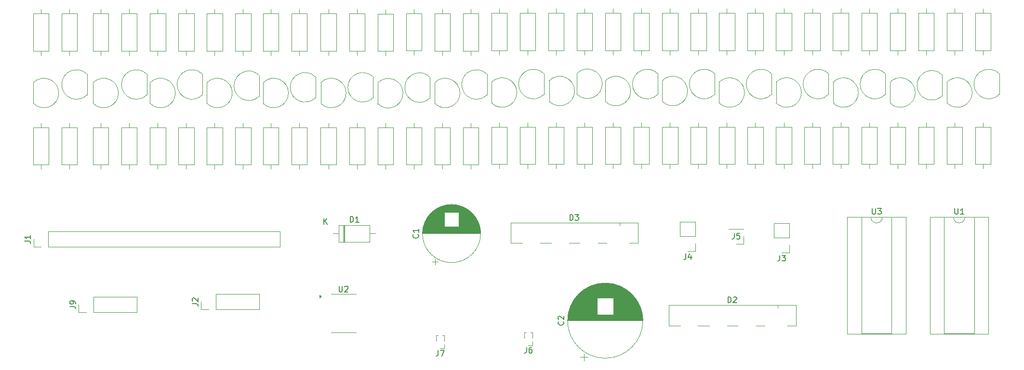
<source format=gbr>
%TF.GenerationSoftware,KiCad,Pcbnew,8.0.5*%
%TF.CreationDate,2024-10-01T12:40:19+02:00*%
%TF.ProjectId,e,652e6b69-6361-4645-9f70-636258585858,rev?*%
%TF.SameCoordinates,Original*%
%TF.FileFunction,Legend,Top*%
%TF.FilePolarity,Positive*%
%FSLAX46Y46*%
G04 Gerber Fmt 4.6, Leading zero omitted, Abs format (unit mm)*
G04 Created by KiCad (PCBNEW 8.0.5) date 2024-10-01 12:40:19*
%MOMM*%
%LPD*%
G01*
G04 APERTURE LIST*
%ADD10C,0.150000*%
%ADD11C,0.120000*%
G04 APERTURE END LIST*
D10*
X22044819Y-68833333D02*
X22759104Y-68833333D01*
X22759104Y-68833333D02*
X22901961Y-68880952D01*
X22901961Y-68880952D02*
X22997200Y-68976190D01*
X22997200Y-68976190D02*
X23044819Y-69119047D01*
X23044819Y-69119047D02*
X23044819Y-69214285D01*
X23044819Y-68309523D02*
X23044819Y-68119047D01*
X23044819Y-68119047D02*
X22997200Y-68023809D01*
X22997200Y-68023809D02*
X22949580Y-67976190D01*
X22949580Y-67976190D02*
X22806723Y-67880952D01*
X22806723Y-67880952D02*
X22616247Y-67833333D01*
X22616247Y-67833333D02*
X22235295Y-67833333D01*
X22235295Y-67833333D02*
X22140057Y-67880952D01*
X22140057Y-67880952D02*
X22092438Y-67928571D01*
X22092438Y-67928571D02*
X22044819Y-68023809D01*
X22044819Y-68023809D02*
X22044819Y-68214285D01*
X22044819Y-68214285D02*
X22092438Y-68309523D01*
X22092438Y-68309523D02*
X22140057Y-68357142D01*
X22140057Y-68357142D02*
X22235295Y-68404761D01*
X22235295Y-68404761D02*
X22473390Y-68404761D01*
X22473390Y-68404761D02*
X22568628Y-68357142D01*
X22568628Y-68357142D02*
X22616247Y-68309523D01*
X22616247Y-68309523D02*
X22663866Y-68214285D01*
X22663866Y-68214285D02*
X22663866Y-68023809D01*
X22663866Y-68023809D02*
X22616247Y-67928571D01*
X22616247Y-67928571D02*
X22568628Y-67880952D01*
X22568628Y-67880952D02*
X22473390Y-67833333D01*
X43544819Y-68333333D02*
X44259104Y-68333333D01*
X44259104Y-68333333D02*
X44401961Y-68380952D01*
X44401961Y-68380952D02*
X44497200Y-68476190D01*
X44497200Y-68476190D02*
X44544819Y-68619047D01*
X44544819Y-68619047D02*
X44544819Y-68714285D01*
X43640057Y-67904761D02*
X43592438Y-67857142D01*
X43592438Y-67857142D02*
X43544819Y-67761904D01*
X43544819Y-67761904D02*
X43544819Y-67523809D01*
X43544819Y-67523809D02*
X43592438Y-67428571D01*
X43592438Y-67428571D02*
X43640057Y-67380952D01*
X43640057Y-67380952D02*
X43735295Y-67333333D01*
X43735295Y-67333333D02*
X43830533Y-67333333D01*
X43830533Y-67333333D02*
X43973390Y-67380952D01*
X43973390Y-67380952D02*
X44544819Y-67952380D01*
X44544819Y-67952380D02*
X44544819Y-67333333D01*
X138786666Y-55954819D02*
X138786666Y-56669104D01*
X138786666Y-56669104D02*
X138739047Y-56811961D01*
X138739047Y-56811961D02*
X138643809Y-56907200D01*
X138643809Y-56907200D02*
X138500952Y-56954819D01*
X138500952Y-56954819D02*
X138405714Y-56954819D01*
X139739047Y-55954819D02*
X139262857Y-55954819D01*
X139262857Y-55954819D02*
X139215238Y-56431009D01*
X139215238Y-56431009D02*
X139262857Y-56383390D01*
X139262857Y-56383390D02*
X139358095Y-56335771D01*
X139358095Y-56335771D02*
X139596190Y-56335771D01*
X139596190Y-56335771D02*
X139691428Y-56383390D01*
X139691428Y-56383390D02*
X139739047Y-56431009D01*
X139739047Y-56431009D02*
X139786666Y-56526247D01*
X139786666Y-56526247D02*
X139786666Y-56764342D01*
X139786666Y-56764342D02*
X139739047Y-56859580D01*
X139739047Y-56859580D02*
X139691428Y-56907200D01*
X139691428Y-56907200D02*
X139596190Y-56954819D01*
X139596190Y-56954819D02*
X139358095Y-56954819D01*
X139358095Y-56954819D02*
X139262857Y-56907200D01*
X139262857Y-56907200D02*
X139215238Y-56859580D01*
X130286666Y-59559819D02*
X130286666Y-60274104D01*
X130286666Y-60274104D02*
X130239047Y-60416961D01*
X130239047Y-60416961D02*
X130143809Y-60512200D01*
X130143809Y-60512200D02*
X130000952Y-60559819D01*
X130000952Y-60559819D02*
X129905714Y-60559819D01*
X131191428Y-59893152D02*
X131191428Y-60559819D01*
X130953333Y-59512200D02*
X130715238Y-60226485D01*
X130715238Y-60226485D02*
X131334285Y-60226485D01*
X146786666Y-59824819D02*
X146786666Y-60539104D01*
X146786666Y-60539104D02*
X146739047Y-60681961D01*
X146739047Y-60681961D02*
X146643809Y-60777200D01*
X146643809Y-60777200D02*
X146500952Y-60824819D01*
X146500952Y-60824819D02*
X146405714Y-60824819D01*
X147167619Y-59824819D02*
X147786666Y-59824819D01*
X147786666Y-59824819D02*
X147453333Y-60205771D01*
X147453333Y-60205771D02*
X147596190Y-60205771D01*
X147596190Y-60205771D02*
X147691428Y-60253390D01*
X147691428Y-60253390D02*
X147739047Y-60301009D01*
X147739047Y-60301009D02*
X147786666Y-60396247D01*
X147786666Y-60396247D02*
X147786666Y-60634342D01*
X147786666Y-60634342D02*
X147739047Y-60729580D01*
X147739047Y-60729580D02*
X147691428Y-60777200D01*
X147691428Y-60777200D02*
X147596190Y-60824819D01*
X147596190Y-60824819D02*
X147310476Y-60824819D01*
X147310476Y-60824819D02*
X147215238Y-60777200D01*
X147215238Y-60777200D02*
X147167619Y-60729580D01*
X14144819Y-57333333D02*
X14859104Y-57333333D01*
X14859104Y-57333333D02*
X15001961Y-57380952D01*
X15001961Y-57380952D02*
X15097200Y-57476190D01*
X15097200Y-57476190D02*
X15144819Y-57619047D01*
X15144819Y-57619047D02*
X15144819Y-57714285D01*
X15144819Y-56333333D02*
X15144819Y-56904761D01*
X15144819Y-56619047D02*
X14144819Y-56619047D01*
X14144819Y-56619047D02*
X14287676Y-56714285D01*
X14287676Y-56714285D02*
X14382914Y-56809523D01*
X14382914Y-56809523D02*
X14430533Y-56904761D01*
X102286666Y-76014819D02*
X102286666Y-76729104D01*
X102286666Y-76729104D02*
X102239047Y-76871961D01*
X102239047Y-76871961D02*
X102143809Y-76967200D01*
X102143809Y-76967200D02*
X102000952Y-77014819D01*
X102000952Y-77014819D02*
X101905714Y-77014819D01*
X103191428Y-76014819D02*
X103000952Y-76014819D01*
X103000952Y-76014819D02*
X102905714Y-76062438D01*
X102905714Y-76062438D02*
X102858095Y-76110057D01*
X102858095Y-76110057D02*
X102762857Y-76252914D01*
X102762857Y-76252914D02*
X102715238Y-76443390D01*
X102715238Y-76443390D02*
X102715238Y-76824342D01*
X102715238Y-76824342D02*
X102762857Y-76919580D01*
X102762857Y-76919580D02*
X102810476Y-76967200D01*
X102810476Y-76967200D02*
X102905714Y-77014819D01*
X102905714Y-77014819D02*
X103096190Y-77014819D01*
X103096190Y-77014819D02*
X103191428Y-76967200D01*
X103191428Y-76967200D02*
X103239047Y-76919580D01*
X103239047Y-76919580D02*
X103286666Y-76824342D01*
X103286666Y-76824342D02*
X103286666Y-76586247D01*
X103286666Y-76586247D02*
X103239047Y-76491009D01*
X103239047Y-76491009D02*
X103191428Y-76443390D01*
X103191428Y-76443390D02*
X103096190Y-76395771D01*
X103096190Y-76395771D02*
X102905714Y-76395771D01*
X102905714Y-76395771D02*
X102810476Y-76443390D01*
X102810476Y-76443390D02*
X102762857Y-76491009D01*
X102762857Y-76491009D02*
X102715238Y-76586247D01*
X137681905Y-68154819D02*
X137681905Y-67154819D01*
X137681905Y-67154819D02*
X137920000Y-67154819D01*
X137920000Y-67154819D02*
X138062857Y-67202438D01*
X138062857Y-67202438D02*
X138158095Y-67297676D01*
X138158095Y-67297676D02*
X138205714Y-67392914D01*
X138205714Y-67392914D02*
X138253333Y-67583390D01*
X138253333Y-67583390D02*
X138253333Y-67726247D01*
X138253333Y-67726247D02*
X138205714Y-67916723D01*
X138205714Y-67916723D02*
X138158095Y-68011961D01*
X138158095Y-68011961D02*
X138062857Y-68107200D01*
X138062857Y-68107200D02*
X137920000Y-68154819D01*
X137920000Y-68154819D02*
X137681905Y-68154819D01*
X138634286Y-67250057D02*
X138681905Y-67202438D01*
X138681905Y-67202438D02*
X138777143Y-67154819D01*
X138777143Y-67154819D02*
X139015238Y-67154819D01*
X139015238Y-67154819D02*
X139110476Y-67202438D01*
X139110476Y-67202438D02*
X139158095Y-67250057D01*
X139158095Y-67250057D02*
X139205714Y-67345295D01*
X139205714Y-67345295D02*
X139205714Y-67440533D01*
X139205714Y-67440533D02*
X139158095Y-67583390D01*
X139158095Y-67583390D02*
X138586667Y-68154819D01*
X138586667Y-68154819D02*
X139205714Y-68154819D01*
X177548095Y-51584819D02*
X177548095Y-52394342D01*
X177548095Y-52394342D02*
X177595714Y-52489580D01*
X177595714Y-52489580D02*
X177643333Y-52537200D01*
X177643333Y-52537200D02*
X177738571Y-52584819D01*
X177738571Y-52584819D02*
X177929047Y-52584819D01*
X177929047Y-52584819D02*
X178024285Y-52537200D01*
X178024285Y-52537200D02*
X178071904Y-52489580D01*
X178071904Y-52489580D02*
X178119523Y-52394342D01*
X178119523Y-52394342D02*
X178119523Y-51584819D01*
X179119523Y-52584819D02*
X178548095Y-52584819D01*
X178833809Y-52584819D02*
X178833809Y-51584819D01*
X178833809Y-51584819D02*
X178738571Y-51727676D01*
X178738571Y-51727676D02*
X178643333Y-51822914D01*
X178643333Y-51822914D02*
X178548095Y-51870533D01*
X83229580Y-56166666D02*
X83277200Y-56214285D01*
X83277200Y-56214285D02*
X83324819Y-56357142D01*
X83324819Y-56357142D02*
X83324819Y-56452380D01*
X83324819Y-56452380D02*
X83277200Y-56595237D01*
X83277200Y-56595237D02*
X83181961Y-56690475D01*
X83181961Y-56690475D02*
X83086723Y-56738094D01*
X83086723Y-56738094D02*
X82896247Y-56785713D01*
X82896247Y-56785713D02*
X82753390Y-56785713D01*
X82753390Y-56785713D02*
X82562914Y-56738094D01*
X82562914Y-56738094D02*
X82467676Y-56690475D01*
X82467676Y-56690475D02*
X82372438Y-56595237D01*
X82372438Y-56595237D02*
X82324819Y-56452380D01*
X82324819Y-56452380D02*
X82324819Y-56357142D01*
X82324819Y-56357142D02*
X82372438Y-56214285D01*
X82372438Y-56214285D02*
X82420057Y-56166666D01*
X83324819Y-55214285D02*
X83324819Y-55785713D01*
X83324819Y-55499999D02*
X82324819Y-55499999D01*
X82324819Y-55499999D02*
X82467676Y-55595237D01*
X82467676Y-55595237D02*
X82562914Y-55690475D01*
X82562914Y-55690475D02*
X82610533Y-55785713D01*
X163048095Y-51584819D02*
X163048095Y-52394342D01*
X163048095Y-52394342D02*
X163095714Y-52489580D01*
X163095714Y-52489580D02*
X163143333Y-52537200D01*
X163143333Y-52537200D02*
X163238571Y-52584819D01*
X163238571Y-52584819D02*
X163429047Y-52584819D01*
X163429047Y-52584819D02*
X163524285Y-52537200D01*
X163524285Y-52537200D02*
X163571904Y-52489580D01*
X163571904Y-52489580D02*
X163619523Y-52394342D01*
X163619523Y-52394342D02*
X163619523Y-51584819D01*
X164000476Y-51584819D02*
X164619523Y-51584819D01*
X164619523Y-51584819D02*
X164286190Y-51965771D01*
X164286190Y-51965771D02*
X164429047Y-51965771D01*
X164429047Y-51965771D02*
X164524285Y-52013390D01*
X164524285Y-52013390D02*
X164571904Y-52061009D01*
X164571904Y-52061009D02*
X164619523Y-52156247D01*
X164619523Y-52156247D02*
X164619523Y-52394342D01*
X164619523Y-52394342D02*
X164571904Y-52489580D01*
X164571904Y-52489580D02*
X164524285Y-52537200D01*
X164524285Y-52537200D02*
X164429047Y-52584819D01*
X164429047Y-52584819D02*
X164143333Y-52584819D01*
X164143333Y-52584819D02*
X164048095Y-52537200D01*
X164048095Y-52537200D02*
X164000476Y-52489580D01*
X86786666Y-76514819D02*
X86786666Y-77229104D01*
X86786666Y-77229104D02*
X86739047Y-77371961D01*
X86739047Y-77371961D02*
X86643809Y-77467200D01*
X86643809Y-77467200D02*
X86500952Y-77514819D01*
X86500952Y-77514819D02*
X86405714Y-77514819D01*
X87167619Y-76514819D02*
X87834285Y-76514819D01*
X87834285Y-76514819D02*
X87405714Y-77514819D01*
X71301905Y-53984819D02*
X71301905Y-52984819D01*
X71301905Y-52984819D02*
X71540000Y-52984819D01*
X71540000Y-52984819D02*
X71682857Y-53032438D01*
X71682857Y-53032438D02*
X71778095Y-53127676D01*
X71778095Y-53127676D02*
X71825714Y-53222914D01*
X71825714Y-53222914D02*
X71873333Y-53413390D01*
X71873333Y-53413390D02*
X71873333Y-53556247D01*
X71873333Y-53556247D02*
X71825714Y-53746723D01*
X71825714Y-53746723D02*
X71778095Y-53841961D01*
X71778095Y-53841961D02*
X71682857Y-53937200D01*
X71682857Y-53937200D02*
X71540000Y-53984819D01*
X71540000Y-53984819D02*
X71301905Y-53984819D01*
X72825714Y-53984819D02*
X72254286Y-53984819D01*
X72540000Y-53984819D02*
X72540000Y-52984819D01*
X72540000Y-52984819D02*
X72444762Y-53127676D01*
X72444762Y-53127676D02*
X72349524Y-53222914D01*
X72349524Y-53222914D02*
X72254286Y-53270533D01*
X66698095Y-54354819D02*
X66698095Y-53354819D01*
X67269523Y-54354819D02*
X66840952Y-53783390D01*
X67269523Y-53354819D02*
X66698095Y-53926247D01*
X69358095Y-65254819D02*
X69358095Y-66064342D01*
X69358095Y-66064342D02*
X69405714Y-66159580D01*
X69405714Y-66159580D02*
X69453333Y-66207200D01*
X69453333Y-66207200D02*
X69548571Y-66254819D01*
X69548571Y-66254819D02*
X69739047Y-66254819D01*
X69739047Y-66254819D02*
X69834285Y-66207200D01*
X69834285Y-66207200D02*
X69881904Y-66159580D01*
X69881904Y-66159580D02*
X69929523Y-66064342D01*
X69929523Y-66064342D02*
X69929523Y-65254819D01*
X70358095Y-65350057D02*
X70405714Y-65302438D01*
X70405714Y-65302438D02*
X70500952Y-65254819D01*
X70500952Y-65254819D02*
X70739047Y-65254819D01*
X70739047Y-65254819D02*
X70834285Y-65302438D01*
X70834285Y-65302438D02*
X70881904Y-65350057D01*
X70881904Y-65350057D02*
X70929523Y-65445295D01*
X70929523Y-65445295D02*
X70929523Y-65540533D01*
X70929523Y-65540533D02*
X70881904Y-65683390D01*
X70881904Y-65683390D02*
X70310476Y-66254819D01*
X70310476Y-66254819D02*
X70929523Y-66254819D01*
X108729580Y-71481866D02*
X108777200Y-71529485D01*
X108777200Y-71529485D02*
X108824819Y-71672342D01*
X108824819Y-71672342D02*
X108824819Y-71767580D01*
X108824819Y-71767580D02*
X108777200Y-71910437D01*
X108777200Y-71910437D02*
X108681961Y-72005675D01*
X108681961Y-72005675D02*
X108586723Y-72053294D01*
X108586723Y-72053294D02*
X108396247Y-72100913D01*
X108396247Y-72100913D02*
X108253390Y-72100913D01*
X108253390Y-72100913D02*
X108062914Y-72053294D01*
X108062914Y-72053294D02*
X107967676Y-72005675D01*
X107967676Y-72005675D02*
X107872438Y-71910437D01*
X107872438Y-71910437D02*
X107824819Y-71767580D01*
X107824819Y-71767580D02*
X107824819Y-71672342D01*
X107824819Y-71672342D02*
X107872438Y-71529485D01*
X107872438Y-71529485D02*
X107920057Y-71481866D01*
X107920057Y-71100913D02*
X107872438Y-71053294D01*
X107872438Y-71053294D02*
X107824819Y-70958056D01*
X107824819Y-70958056D02*
X107824819Y-70719961D01*
X107824819Y-70719961D02*
X107872438Y-70624723D01*
X107872438Y-70624723D02*
X107920057Y-70577104D01*
X107920057Y-70577104D02*
X108015295Y-70529485D01*
X108015295Y-70529485D02*
X108110533Y-70529485D01*
X108110533Y-70529485D02*
X108253390Y-70577104D01*
X108253390Y-70577104D02*
X108824819Y-71148532D01*
X108824819Y-71148532D02*
X108824819Y-70529485D01*
X109921905Y-53654819D02*
X109921905Y-52654819D01*
X109921905Y-52654819D02*
X110160000Y-52654819D01*
X110160000Y-52654819D02*
X110302857Y-52702438D01*
X110302857Y-52702438D02*
X110398095Y-52797676D01*
X110398095Y-52797676D02*
X110445714Y-52892914D01*
X110445714Y-52892914D02*
X110493333Y-53083390D01*
X110493333Y-53083390D02*
X110493333Y-53226247D01*
X110493333Y-53226247D02*
X110445714Y-53416723D01*
X110445714Y-53416723D02*
X110398095Y-53511961D01*
X110398095Y-53511961D02*
X110302857Y-53607200D01*
X110302857Y-53607200D02*
X110160000Y-53654819D01*
X110160000Y-53654819D02*
X109921905Y-53654819D01*
X110826667Y-52654819D02*
X111445714Y-52654819D01*
X111445714Y-52654819D02*
X111112381Y-53035771D01*
X111112381Y-53035771D02*
X111255238Y-53035771D01*
X111255238Y-53035771D02*
X111350476Y-53083390D01*
X111350476Y-53083390D02*
X111398095Y-53131009D01*
X111398095Y-53131009D02*
X111445714Y-53226247D01*
X111445714Y-53226247D02*
X111445714Y-53464342D01*
X111445714Y-53464342D02*
X111398095Y-53559580D01*
X111398095Y-53559580D02*
X111350476Y-53607200D01*
X111350476Y-53607200D02*
X111255238Y-53654819D01*
X111255238Y-53654819D02*
X110969524Y-53654819D01*
X110969524Y-53654819D02*
X110874286Y-53607200D01*
X110874286Y-53607200D02*
X110826667Y-53559580D01*
D11*
%TO.C,J9*%
X23590000Y-69830000D02*
X23590000Y-68500000D01*
X24920000Y-69830000D02*
X23590000Y-69830000D01*
X26190000Y-69830000D02*
X33870000Y-69830000D01*
X26190000Y-69830000D02*
X26190000Y-67170000D01*
X33870000Y-69830000D02*
X33870000Y-67170000D01*
X26190000Y-67170000D02*
X33870000Y-67170000D01*
%TO.C,J2*%
X45090000Y-69330000D02*
X45090000Y-68000000D01*
X46420000Y-69330000D02*
X45090000Y-69330000D01*
X47690000Y-69330000D02*
X55370000Y-69330000D01*
X47690000Y-69330000D02*
X47690000Y-66670000D01*
X55370000Y-69330000D02*
X55370000Y-66670000D01*
X47690000Y-66670000D02*
X55370000Y-66670000D01*
%TO.C,J5*%
X140450000Y-57830000D02*
X139120000Y-57830000D01*
X140450000Y-56500000D02*
X140450000Y-57830000D01*
X140450000Y-55230000D02*
X140450000Y-55170000D01*
X140450000Y-55230000D02*
X137790000Y-55230000D01*
X140450000Y-55170000D02*
X137790000Y-55170000D01*
X137790000Y-55230000D02*
X137790000Y-55170000D01*
%TO.C,J4*%
X131950000Y-59105000D02*
X130620000Y-59105000D01*
X131950000Y-57775000D02*
X131950000Y-59105000D01*
X131950000Y-56505000D02*
X131950000Y-53905000D01*
X131950000Y-56505000D02*
X129290000Y-56505000D01*
X131950000Y-53905000D02*
X129290000Y-53905000D01*
X129290000Y-56505000D02*
X129290000Y-53905000D01*
%TO.C,J3*%
X148450000Y-59370000D02*
X147120000Y-59370000D01*
X148450000Y-58040000D02*
X148450000Y-59370000D01*
X148450000Y-56770000D02*
X148450000Y-54170000D01*
X148450000Y-56770000D02*
X145790000Y-56770000D01*
X148450000Y-54170000D02*
X145790000Y-54170000D01*
X145790000Y-56770000D02*
X145790000Y-54170000D01*
%TO.C,J1*%
X15690000Y-58330000D02*
X15690000Y-57000000D01*
X17020000Y-58330000D02*
X15690000Y-58330000D01*
X18290000Y-58330000D02*
X58990000Y-58330000D01*
X18290000Y-58330000D02*
X18290000Y-55670000D01*
X58990000Y-58330000D02*
X58990000Y-55670000D01*
X18290000Y-55670000D02*
X58990000Y-55670000D01*
%TO.C,R39*%
X111130000Y-17230000D02*
X111130000Y-23770000D01*
X111130000Y-23770000D02*
X113870000Y-23770000D01*
X112500000Y-16460000D02*
X112500000Y-17230000D01*
X112500000Y-24540000D02*
X112500000Y-23770000D01*
X113870000Y-17230000D02*
X111130000Y-17230000D01*
X113870000Y-23770000D02*
X113870000Y-17230000D01*
%TO.C,Q19*%
X106290000Y-29120000D02*
X106290000Y-32720000D01*
X106301522Y-29081522D02*
G75*
G02*
X110740001Y-30920000I1838478J-1838478D01*
G01*
X110740000Y-30920000D02*
G75*
G02*
X106301522Y-32758478I-2600000J0D01*
G01*
%TO.C,R48*%
X131130000Y-37230000D02*
X131130000Y-43770000D01*
X131130000Y-43770000D02*
X133870000Y-43770000D01*
X132500000Y-36460000D02*
X132500000Y-37230000D01*
X132500000Y-44540000D02*
X132500000Y-43770000D01*
X133870000Y-37230000D02*
X131130000Y-37230000D01*
X133870000Y-43770000D02*
X133870000Y-37230000D01*
%TO.C,J6*%
X103315000Y-75685000D02*
X102620000Y-75685000D01*
X103315000Y-75000000D02*
X103315000Y-75685000D01*
X103315000Y-74315000D02*
X103315000Y-73440000D01*
X103315000Y-74315000D02*
X103228276Y-74315000D01*
X103315000Y-73440000D02*
X103014493Y-73440000D01*
X102225507Y-73440000D02*
X101925000Y-73440000D01*
X102011724Y-74315000D02*
X101925000Y-74315000D01*
X101925000Y-74315000D02*
X101925000Y-73440000D01*
%TO.C,R31*%
X20630000Y-17310000D02*
X20630000Y-23850000D01*
X20630000Y-23850000D02*
X23370000Y-23850000D01*
X22000000Y-16540000D02*
X22000000Y-17310000D01*
X22000000Y-24620000D02*
X22000000Y-23850000D01*
X23370000Y-17310000D02*
X20630000Y-17310000D01*
X23370000Y-23850000D02*
X23370000Y-17310000D01*
%TO.C,Q33*%
X176150000Y-29390000D02*
X176150000Y-32990000D01*
X176161522Y-29351522D02*
G75*
G02*
X180600001Y-31190000I1838478J-1838478D01*
G01*
X180600000Y-31190000D02*
G75*
G02*
X176161522Y-33028478I-2600000J0D01*
G01*
%TO.C,Q4*%
X85350000Y-32110000D02*
X85350000Y-28510000D01*
X80900000Y-30310000D02*
G75*
G02*
X85338478Y-28471522I2600000J0D01*
G01*
X85338478Y-32148478D02*
G75*
G02*
X80899999Y-30310000I-1838478J1838478D01*
G01*
%TO.C,Q28*%
X155350000Y-31490000D02*
X155350000Y-27890000D01*
X150900000Y-29690000D02*
G75*
G02*
X155338478Y-27851522I2600000J0D01*
G01*
X155338478Y-31528478D02*
G75*
G02*
X150899999Y-29690000I-1838478J1838478D01*
G01*
%TO.C,R34*%
X96130000Y-37230000D02*
X96130000Y-43770000D01*
X96130000Y-43770000D02*
X98870000Y-43770000D01*
X97500000Y-36460000D02*
X97500000Y-37230000D01*
X97500000Y-44540000D02*
X97500000Y-43770000D01*
X98870000Y-37230000D02*
X96130000Y-37230000D01*
X98870000Y-43770000D02*
X98870000Y-37230000D01*
%TO.C,R63*%
X171130000Y-17230000D02*
X171130000Y-23770000D01*
X171130000Y-23770000D02*
X173870000Y-23770000D01*
X172500000Y-16460000D02*
X172500000Y-17230000D01*
X172500000Y-24540000D02*
X172500000Y-23770000D01*
X173870000Y-17230000D02*
X171130000Y-17230000D01*
X173870000Y-23770000D02*
X173870000Y-17230000D01*
%TO.C,R7*%
X81130000Y-17270000D02*
X81130000Y-23810000D01*
X81130000Y-23810000D02*
X83870000Y-23810000D01*
X82500000Y-16500000D02*
X82500000Y-17270000D01*
X82500000Y-24580000D02*
X82500000Y-23810000D01*
X83870000Y-17270000D02*
X81130000Y-17270000D01*
X83870000Y-23810000D02*
X83870000Y-17270000D01*
%TO.C,R65*%
X176130000Y-17230000D02*
X176130000Y-23770000D01*
X176130000Y-23770000D02*
X178870000Y-23770000D01*
X177500000Y-16460000D02*
X177500000Y-17230000D01*
X177500000Y-24540000D02*
X177500000Y-23770000D01*
X178870000Y-17230000D02*
X176130000Y-17230000D01*
X178870000Y-23770000D02*
X178870000Y-17230000D01*
%TO.C,R15*%
X61000000Y-17310000D02*
X61000000Y-23850000D01*
X61000000Y-23850000D02*
X63740000Y-23850000D01*
X62370000Y-16540000D02*
X62370000Y-17310000D01*
X62370000Y-24620000D02*
X62370000Y-23850000D01*
X63740000Y-17310000D02*
X61000000Y-17310000D01*
X63740000Y-23850000D02*
X63740000Y-17310000D01*
%TO.C,Q22*%
X125350000Y-31490000D02*
X125350000Y-27890000D01*
X120900000Y-29690000D02*
G75*
G02*
X125338478Y-27851522I2600000J0D01*
G01*
X125338478Y-31528478D02*
G75*
G02*
X120899999Y-29690000I-1838478J1838478D01*
G01*
%TO.C,Q12*%
X45350000Y-31570000D02*
X45350000Y-27970000D01*
X40900000Y-29770000D02*
G75*
G02*
X45338478Y-27931522I2600000J0D01*
G01*
X45338478Y-31608478D02*
G75*
G02*
X40899999Y-29770000I-1838478J1838478D01*
G01*
%TO.C,Q2*%
X95350000Y-31570000D02*
X95350000Y-27970000D01*
X90900000Y-29770000D02*
G75*
G02*
X95338478Y-27931522I2600000J0D01*
G01*
X95338478Y-31608478D02*
G75*
G02*
X90899999Y-29770000I-1838478J1838478D01*
G01*
%TO.C,R6*%
X76130000Y-37350000D02*
X76130000Y-43890000D01*
X76130000Y-43890000D02*
X78870000Y-43890000D01*
X77500000Y-36580000D02*
X77500000Y-37350000D01*
X77500000Y-44660000D02*
X77500000Y-43890000D01*
X78870000Y-37350000D02*
X76130000Y-37350000D01*
X78870000Y-43890000D02*
X78870000Y-37350000D01*
%TO.C,R51*%
X141130000Y-17230000D02*
X141130000Y-23770000D01*
X141130000Y-23770000D02*
X143870000Y-23770000D01*
X142500000Y-16460000D02*
X142500000Y-17230000D01*
X142500000Y-24540000D02*
X142500000Y-23770000D01*
X143870000Y-17230000D02*
X141130000Y-17230000D01*
X143870000Y-23770000D02*
X143870000Y-17230000D01*
%TO.C,Q7*%
X56020000Y-29470000D02*
X56020000Y-33070000D01*
X56031522Y-29431522D02*
G75*
G02*
X60470001Y-31270000I1838478J-1838478D01*
G01*
X60470000Y-31270000D02*
G75*
G02*
X56031522Y-33108478I-2600000J0D01*
G01*
%TO.C,R59*%
X161130000Y-17230000D02*
X161130000Y-23770000D01*
X161130000Y-23770000D02*
X163870000Y-23770000D01*
X162500000Y-16460000D02*
X162500000Y-17230000D01*
X162500000Y-24540000D02*
X162500000Y-23770000D01*
X163870000Y-17230000D02*
X161130000Y-17230000D01*
X163870000Y-23770000D02*
X163870000Y-17230000D01*
%TO.C,R18*%
X46130000Y-37310000D02*
X46130000Y-43850000D01*
X46130000Y-43850000D02*
X48870000Y-43850000D01*
X47500000Y-36540000D02*
X47500000Y-37310000D01*
X47500000Y-44620000D02*
X47500000Y-43850000D01*
X48870000Y-37310000D02*
X46130000Y-37310000D01*
X48870000Y-43850000D02*
X48870000Y-37310000D01*
%TO.C,Q20*%
X111150000Y-27850000D02*
X111150000Y-31450000D01*
X111161522Y-27811522D02*
G75*
G02*
X115600001Y-29650000I1838478J-1838478D01*
G01*
X115600000Y-29650000D02*
G75*
G02*
X111161522Y-31488478I-2600000J0D01*
G01*
%TO.C,R46*%
X126130000Y-37230000D02*
X126130000Y-43770000D01*
X126130000Y-43770000D02*
X128870000Y-43770000D01*
X127500000Y-36460000D02*
X127500000Y-37230000D01*
X127500000Y-44540000D02*
X127500000Y-43770000D01*
X128870000Y-37230000D02*
X126130000Y-37230000D01*
X128870000Y-43770000D02*
X128870000Y-37230000D01*
%TO.C,R35*%
X101130000Y-17230000D02*
X101130000Y-23770000D01*
X101130000Y-23770000D02*
X103870000Y-23770000D01*
X102500000Y-16460000D02*
X102500000Y-17230000D01*
X102500000Y-24540000D02*
X102500000Y-23770000D01*
X103870000Y-17230000D02*
X101130000Y-17230000D01*
X103870000Y-23770000D02*
X103870000Y-17230000D01*
%TO.C,R23*%
X41130000Y-17310000D02*
X41130000Y-23850000D01*
X41130000Y-23850000D02*
X43870000Y-23850000D01*
X42500000Y-16540000D02*
X42500000Y-17310000D01*
X42500000Y-24620000D02*
X42500000Y-23850000D01*
X43870000Y-17310000D02*
X41130000Y-17310000D01*
X43870000Y-23850000D02*
X43870000Y-17310000D01*
%TO.C,Q16*%
X25080000Y-31570000D02*
X25080000Y-27970000D01*
X20630000Y-29770000D02*
G75*
G02*
X25068478Y-27931522I2600000J0D01*
G01*
X25068478Y-31608478D02*
G75*
G02*
X20629999Y-29770000I-1838478J1838478D01*
G01*
%TO.C,Q31*%
X166150000Y-29390000D02*
X166150000Y-32990000D01*
X166161522Y-29351522D02*
G75*
G02*
X170600001Y-31190000I1838478J-1838478D01*
G01*
X170600000Y-31190000D02*
G75*
G02*
X166161522Y-33028478I-2600000J0D01*
G01*
%TO.C,R67*%
X181130000Y-17230000D02*
X181130000Y-23770000D01*
X181130000Y-23770000D02*
X183870000Y-23770000D01*
X182500000Y-16460000D02*
X182500000Y-17230000D01*
X182500000Y-24540000D02*
X182500000Y-23770000D01*
X183870000Y-17230000D02*
X181130000Y-17230000D01*
X183870000Y-23770000D02*
X183870000Y-17230000D01*
%TO.C,R49*%
X136130000Y-17230000D02*
X136130000Y-23770000D01*
X136130000Y-23770000D02*
X138870000Y-23770000D01*
X137500000Y-16460000D02*
X137500000Y-17230000D01*
X137500000Y-24540000D02*
X137500000Y-23770000D01*
X138870000Y-17230000D02*
X136130000Y-17230000D01*
X138870000Y-23770000D02*
X138870000Y-17230000D01*
%TO.C,R38*%
X106130000Y-37230000D02*
X106130000Y-43770000D01*
X106130000Y-43770000D02*
X108870000Y-43770000D01*
X107500000Y-36460000D02*
X107500000Y-37230000D01*
X107500000Y-44540000D02*
X107500000Y-43770000D01*
X108870000Y-37230000D02*
X106130000Y-37230000D01*
X108870000Y-43770000D02*
X108870000Y-37230000D01*
%TO.C,R11*%
X71130000Y-17310000D02*
X71130000Y-23850000D01*
X71130000Y-23850000D02*
X73870000Y-23850000D01*
X72500000Y-16540000D02*
X72500000Y-17310000D01*
X72500000Y-24620000D02*
X72500000Y-23850000D01*
X73870000Y-17310000D02*
X71130000Y-17310000D01*
X73870000Y-23850000D02*
X73870000Y-17310000D01*
%TO.C,R58*%
X156130000Y-37230000D02*
X156130000Y-43770000D01*
X156130000Y-43770000D02*
X158870000Y-43770000D01*
X157500000Y-36460000D02*
X157500000Y-37230000D01*
X157500000Y-44540000D02*
X157500000Y-43770000D01*
X158870000Y-37230000D02*
X156130000Y-37230000D01*
X158870000Y-43770000D02*
X158870000Y-37230000D01*
%TO.C,R3*%
X86130000Y-37310000D02*
X86130000Y-43850000D01*
X86130000Y-43850000D02*
X88870000Y-43850000D01*
X87500000Y-36540000D02*
X87500000Y-37310000D01*
X87500000Y-44620000D02*
X87500000Y-43850000D01*
X88870000Y-37310000D02*
X86130000Y-37310000D01*
X88870000Y-43850000D02*
X88870000Y-37310000D01*
%TO.C,R45*%
X126130000Y-17230000D02*
X126130000Y-23770000D01*
X126130000Y-23770000D02*
X128870000Y-23770000D01*
X127500000Y-16460000D02*
X127500000Y-17230000D01*
X127500000Y-24540000D02*
X127500000Y-23770000D01*
X128870000Y-17230000D02*
X126130000Y-17230000D01*
X128870000Y-23770000D02*
X128870000Y-17230000D01*
%TO.C,R4*%
X91130000Y-37310000D02*
X91130000Y-43850000D01*
X91130000Y-43850000D02*
X93870000Y-43850000D01*
X92500000Y-36540000D02*
X92500000Y-37310000D01*
X92500000Y-44620000D02*
X92500000Y-43850000D01*
X93870000Y-37310000D02*
X91130000Y-37310000D01*
X93870000Y-43850000D02*
X93870000Y-37310000D01*
%TO.C,R32*%
X20630000Y-37310000D02*
X20630000Y-43850000D01*
X20630000Y-43850000D02*
X23370000Y-43850000D01*
X22000000Y-36540000D02*
X22000000Y-37310000D01*
X22000000Y-44620000D02*
X22000000Y-43850000D01*
X23370000Y-37310000D02*
X20630000Y-37310000D01*
X23370000Y-43850000D02*
X23370000Y-37310000D01*
%TO.C,Q26*%
X145350000Y-31490000D02*
X145350000Y-27890000D01*
X140900000Y-29690000D02*
G75*
G02*
X145338478Y-27851522I2600000J0D01*
G01*
X145338478Y-31528478D02*
G75*
G02*
X140899999Y-29690000I-1838478J1838478D01*
G01*
%TO.C,R22*%
X36130000Y-37310000D02*
X36130000Y-43850000D01*
X36130000Y-43850000D02*
X38870000Y-43850000D01*
X37500000Y-36540000D02*
X37500000Y-37310000D01*
X37500000Y-44620000D02*
X37500000Y-43850000D01*
X38870000Y-37310000D02*
X36130000Y-37310000D01*
X38870000Y-43850000D02*
X38870000Y-37310000D01*
%TO.C,Q14*%
X35580000Y-31570000D02*
X35580000Y-27970000D01*
X31130000Y-29770000D02*
G75*
G02*
X35568478Y-27931522I2600000J0D01*
G01*
X35568478Y-31608478D02*
G75*
G02*
X31129999Y-29770000I-1838478J1838478D01*
G01*
%TO.C,Q25*%
X136150000Y-29390000D02*
X136150000Y-32990000D01*
X136161522Y-29351522D02*
G75*
G02*
X140600001Y-31190000I1838478J-1838478D01*
G01*
X140600000Y-31190000D02*
G75*
G02*
X136161522Y-33028478I-2600000J0D01*
G01*
%TO.C,Q30*%
X165350000Y-31490000D02*
X165350000Y-27890000D01*
X160900000Y-29690000D02*
G75*
G02*
X165338478Y-27851522I2600000J0D01*
G01*
X165338478Y-31528478D02*
G75*
G02*
X160899999Y-29690000I-1838478J1838478D01*
G01*
%TO.C,R12*%
X71130000Y-37310000D02*
X71130000Y-43850000D01*
X71130000Y-43850000D02*
X73870000Y-43850000D01*
X72500000Y-36540000D02*
X72500000Y-37310000D01*
X72500000Y-44620000D02*
X72500000Y-43850000D01*
X73870000Y-37310000D02*
X71130000Y-37310000D01*
X73870000Y-43850000D02*
X73870000Y-37310000D01*
%TO.C,R57*%
X156130000Y-17230000D02*
X156130000Y-23770000D01*
X156130000Y-23770000D02*
X158870000Y-23770000D01*
X157500000Y-16460000D02*
X157500000Y-17230000D01*
X157500000Y-24540000D02*
X157500000Y-23770000D01*
X158870000Y-17230000D02*
X156130000Y-17230000D01*
X158870000Y-23770000D02*
X158870000Y-17230000D01*
%TO.C,R26*%
X26130000Y-37310000D02*
X26130000Y-43850000D01*
X26130000Y-43850000D02*
X28870000Y-43850000D01*
X27500000Y-36540000D02*
X27500000Y-37310000D01*
X27500000Y-44620000D02*
X27500000Y-43850000D01*
X28870000Y-37310000D02*
X26130000Y-37310000D01*
X28870000Y-43850000D02*
X28870000Y-37310000D01*
%TO.C,R44*%
X121130000Y-37230000D02*
X121130000Y-43770000D01*
X121130000Y-43770000D02*
X123870000Y-43770000D01*
X122500000Y-36460000D02*
X122500000Y-37230000D01*
X122500000Y-44540000D02*
X122500000Y-43770000D01*
X123870000Y-37230000D02*
X121130000Y-37230000D01*
X123870000Y-43770000D02*
X123870000Y-37230000D01*
%TO.C,R1*%
X86130000Y-17310000D02*
X86130000Y-23850000D01*
X86130000Y-23850000D02*
X88870000Y-23850000D01*
X87500000Y-16540000D02*
X87500000Y-17310000D01*
X87500000Y-24620000D02*
X87500000Y-23850000D01*
X88870000Y-17310000D02*
X86130000Y-17310000D01*
X88870000Y-23850000D02*
X88870000Y-17310000D01*
%TO.C,Q15*%
X15650000Y-29470000D02*
X15650000Y-33070000D01*
X15661522Y-29431522D02*
G75*
G02*
X20100001Y-31270000I1838478J-1838478D01*
G01*
X20100000Y-31270000D02*
G75*
G02*
X15661522Y-33108478I-2600000J0D01*
G01*
%TO.C,R47*%
X131130000Y-17230000D02*
X131130000Y-23770000D01*
X131130000Y-23770000D02*
X133870000Y-23770000D01*
X132500000Y-16460000D02*
X132500000Y-17230000D01*
X132500000Y-24540000D02*
X132500000Y-23770000D01*
X133870000Y-17230000D02*
X131130000Y-17230000D01*
X133870000Y-23770000D02*
X133870000Y-17230000D01*
%TO.C,R66*%
X176130000Y-37230000D02*
X176130000Y-43770000D01*
X176130000Y-43770000D02*
X178870000Y-43770000D01*
X177500000Y-36460000D02*
X177500000Y-37230000D01*
X177500000Y-44540000D02*
X177500000Y-43770000D01*
X178870000Y-37230000D02*
X176130000Y-37230000D01*
X178870000Y-43770000D02*
X178870000Y-37230000D01*
%TO.C,R27*%
X31130000Y-17310000D02*
X31130000Y-23850000D01*
X31130000Y-23850000D02*
X33870000Y-23850000D01*
X32500000Y-16540000D02*
X32500000Y-17310000D01*
X32500000Y-24620000D02*
X32500000Y-23850000D01*
X33870000Y-17310000D02*
X31130000Y-17310000D01*
X33870000Y-23850000D02*
X33870000Y-17310000D01*
%TO.C,R53*%
X146130000Y-17230000D02*
X146130000Y-23770000D01*
X146130000Y-23770000D02*
X148870000Y-23770000D01*
X147500000Y-16460000D02*
X147500000Y-17230000D01*
X147500000Y-24540000D02*
X147500000Y-23770000D01*
X148870000Y-17230000D02*
X146130000Y-17230000D01*
X148870000Y-23770000D02*
X148870000Y-17230000D01*
%TO.C,R17*%
X46130000Y-17310000D02*
X46130000Y-23850000D01*
X46130000Y-23850000D02*
X48870000Y-23850000D01*
X47500000Y-16540000D02*
X47500000Y-17310000D01*
X47500000Y-24620000D02*
X47500000Y-23850000D01*
X48870000Y-17310000D02*
X46130000Y-17310000D01*
X48870000Y-23850000D02*
X48870000Y-17310000D01*
%TO.C,R61*%
X166130000Y-17230000D02*
X166130000Y-23770000D01*
X166130000Y-23770000D02*
X168870000Y-23770000D01*
X167500000Y-16460000D02*
X167500000Y-17230000D01*
X167500000Y-24540000D02*
X167500000Y-23770000D01*
X168870000Y-17230000D02*
X166130000Y-17230000D01*
X168870000Y-23770000D02*
X168870000Y-17230000D01*
%TO.C,R50*%
X136130000Y-37230000D02*
X136130000Y-43770000D01*
X136130000Y-43770000D02*
X138870000Y-43770000D01*
X137500000Y-36460000D02*
X137500000Y-37230000D01*
X137500000Y-44540000D02*
X137500000Y-43770000D01*
X138870000Y-37230000D02*
X136130000Y-37230000D01*
X138870000Y-43770000D02*
X138870000Y-37230000D01*
%TO.C,R5*%
X76130000Y-17350000D02*
X76130000Y-23890000D01*
X76130000Y-23890000D02*
X78870000Y-23890000D01*
X77500000Y-16580000D02*
X77500000Y-17350000D01*
X77500000Y-24660000D02*
X77500000Y-23890000D01*
X78870000Y-17350000D02*
X76130000Y-17350000D01*
X78870000Y-23890000D02*
X78870000Y-17350000D01*
%TO.C,R33*%
X96130000Y-17230000D02*
X96130000Y-23770000D01*
X96130000Y-23770000D02*
X98870000Y-23770000D01*
X97500000Y-16460000D02*
X97500000Y-17230000D01*
X97500000Y-24540000D02*
X97500000Y-23770000D01*
X98870000Y-17230000D02*
X96130000Y-17230000D01*
X98870000Y-23770000D02*
X98870000Y-17230000D01*
%TO.C,R24*%
X41130000Y-37310000D02*
X41130000Y-43850000D01*
X41130000Y-43850000D02*
X43870000Y-43850000D01*
X42500000Y-36540000D02*
X42500000Y-37310000D01*
X42500000Y-44620000D02*
X42500000Y-43850000D01*
X43870000Y-37310000D02*
X41130000Y-37310000D01*
X43870000Y-43850000D02*
X43870000Y-37310000D01*
%TO.C,Q3*%
X76150000Y-29510000D02*
X76150000Y-33110000D01*
X76161522Y-29471522D02*
G75*
G02*
X80600001Y-31310000I1838478J-1838478D01*
G01*
X80600000Y-31310000D02*
G75*
G02*
X76161522Y-33148478I-2600000J0D01*
G01*
%TO.C,R42*%
X116130000Y-37230000D02*
X116130000Y-43770000D01*
X116130000Y-43770000D02*
X118870000Y-43770000D01*
X117500000Y-36460000D02*
X117500000Y-37230000D01*
X117500000Y-44540000D02*
X117500000Y-43770000D01*
X118870000Y-37230000D02*
X116130000Y-37230000D01*
X118870000Y-43770000D02*
X118870000Y-37230000D01*
%TO.C,R20*%
X51130000Y-37310000D02*
X51130000Y-43850000D01*
X51130000Y-43850000D02*
X53870000Y-43850000D01*
X52500000Y-36540000D02*
X52500000Y-37310000D01*
X52500000Y-44620000D02*
X52500000Y-43850000D01*
X53870000Y-37310000D02*
X51130000Y-37310000D01*
X53870000Y-43850000D02*
X53870000Y-37310000D01*
%TO.C,Q24*%
X135350000Y-31490000D02*
X135350000Y-27890000D01*
X130900000Y-29690000D02*
G75*
G02*
X135338478Y-27851522I2600000J0D01*
G01*
X135338478Y-31528478D02*
G75*
G02*
X130899999Y-29690000I-1838478J1838478D01*
G01*
%TO.C,D2*%
X149620000Y-72200000D02*
X148120000Y-72200000D01*
X149620000Y-68600000D02*
X149620000Y-72200000D01*
X146420000Y-68600000D02*
X146420000Y-69100000D01*
X144120000Y-72200000D02*
X142620000Y-72200000D01*
X139420000Y-72200000D02*
X137520000Y-72200000D01*
X134420000Y-72200000D02*
X132420000Y-72200000D01*
X129320000Y-72200000D02*
X127320000Y-72200000D01*
X127320000Y-72200000D02*
X127320000Y-68600000D01*
X127320000Y-68600000D02*
X149620000Y-68600000D01*
%TO.C,Q5*%
X66150000Y-29470000D02*
X66150000Y-33070000D01*
X66161522Y-29431522D02*
G75*
G02*
X70600001Y-31270000I1838478J-1838478D01*
G01*
X70600000Y-31270000D02*
G75*
G02*
X66161522Y-33108478I-2600000J0D01*
G01*
%TO.C,R54*%
X146130000Y-37230000D02*
X146130000Y-43770000D01*
X146130000Y-43770000D02*
X148870000Y-43770000D01*
X147500000Y-36460000D02*
X147500000Y-37230000D01*
X147500000Y-44540000D02*
X147500000Y-43770000D01*
X148870000Y-37230000D02*
X146130000Y-37230000D01*
X148870000Y-43770000D02*
X148870000Y-37230000D01*
%TO.C,R68*%
X181130000Y-37230000D02*
X181130000Y-43770000D01*
X181130000Y-43770000D02*
X183870000Y-43770000D01*
X182500000Y-36460000D02*
X182500000Y-37230000D01*
X182500000Y-44540000D02*
X182500000Y-43770000D01*
X183870000Y-37230000D02*
X181130000Y-37230000D01*
X183870000Y-43770000D02*
X183870000Y-37230000D01*
%TO.C,Q9*%
X46150000Y-29470000D02*
X46150000Y-33070000D01*
X46161522Y-29431522D02*
G75*
G02*
X50600001Y-31270000I1838478J-1838478D01*
G01*
X50600000Y-31270000D02*
G75*
G02*
X46161522Y-33108478I-2600000J0D01*
G01*
%TO.C,R8*%
X81130000Y-37350000D02*
X81130000Y-43890000D01*
X81130000Y-43890000D02*
X83870000Y-43890000D01*
X82500000Y-36580000D02*
X82500000Y-37350000D01*
X82500000Y-44660000D02*
X82500000Y-43890000D01*
X83870000Y-37350000D02*
X81130000Y-37350000D01*
X83870000Y-43890000D02*
X83870000Y-37350000D01*
%TO.C,R55*%
X151130000Y-17230000D02*
X151130000Y-23770000D01*
X151130000Y-23770000D02*
X153870000Y-23770000D01*
X152500000Y-16460000D02*
X152500000Y-17230000D01*
X152500000Y-24540000D02*
X152500000Y-23770000D01*
X153870000Y-17230000D02*
X151130000Y-17230000D01*
X153870000Y-23770000D02*
X153870000Y-17230000D01*
%TO.C,R60*%
X161130000Y-37230000D02*
X161130000Y-43770000D01*
X161130000Y-43770000D02*
X163870000Y-43770000D01*
X162500000Y-36460000D02*
X162500000Y-37230000D01*
X162500000Y-44540000D02*
X162500000Y-43770000D01*
X163870000Y-37230000D02*
X161130000Y-37230000D01*
X163870000Y-43770000D02*
X163870000Y-37230000D01*
%TO.C,R62*%
X166130000Y-37230000D02*
X166130000Y-43770000D01*
X166130000Y-43770000D02*
X168870000Y-43770000D01*
X167500000Y-36460000D02*
X167500000Y-37230000D01*
X167500000Y-44540000D02*
X167500000Y-43770000D01*
X168870000Y-37230000D02*
X166130000Y-37230000D01*
X168870000Y-43770000D02*
X168870000Y-37230000D01*
%TO.C,R36*%
X101130000Y-37230000D02*
X101130000Y-43770000D01*
X101130000Y-43770000D02*
X103870000Y-43770000D01*
X102500000Y-36460000D02*
X102500000Y-37230000D01*
X102500000Y-44540000D02*
X102500000Y-43770000D01*
X103870000Y-37230000D02*
X101130000Y-37230000D01*
X103870000Y-43770000D02*
X103870000Y-37230000D01*
%TO.C,U1*%
X179310000Y-53130000D02*
G75*
G02*
X177310000Y-53130000I-1000000J0D01*
G01*
X183450000Y-53070000D02*
X173170000Y-53070000D01*
X173170000Y-53070000D02*
X173170000Y-73630000D01*
X180960000Y-53130000D02*
X179310000Y-53130000D01*
X177310000Y-53130000D02*
X175660000Y-53130000D01*
X175660000Y-53130000D02*
X175660000Y-73570000D01*
X180960000Y-73570000D02*
X180960000Y-53130000D01*
X175660000Y-73570000D02*
X180960000Y-73570000D01*
X183450000Y-73630000D02*
X183450000Y-53070000D01*
X173170000Y-73630000D02*
X183450000Y-73630000D01*
%TO.C,R14*%
X56000000Y-37310000D02*
X56000000Y-43850000D01*
X56000000Y-43850000D02*
X58740000Y-43850000D01*
X57370000Y-36540000D02*
X57370000Y-37310000D01*
X57370000Y-44620000D02*
X57370000Y-43850000D01*
X58740000Y-37310000D02*
X56000000Y-37310000D01*
X58740000Y-43850000D02*
X58740000Y-37310000D01*
%TO.C,R25*%
X26130000Y-17310000D02*
X26130000Y-23850000D01*
X26130000Y-23850000D02*
X28870000Y-23850000D01*
X27500000Y-16540000D02*
X27500000Y-17310000D01*
X27500000Y-24620000D02*
X27500000Y-23850000D01*
X28870000Y-17310000D02*
X26130000Y-17310000D01*
X28870000Y-23850000D02*
X28870000Y-17310000D01*
%TO.C,C1*%
X90361000Y-54719000D02*
X94038000Y-54719000D01*
X90361000Y-54679000D02*
X94027000Y-54679000D01*
X90361000Y-54639000D02*
X94017000Y-54639000D01*
X90361000Y-54599000D02*
X94005000Y-54599000D01*
X90361000Y-54559000D02*
X93994000Y-54559000D01*
X90361000Y-54519000D02*
X93982000Y-54519000D01*
X90361000Y-54479000D02*
X93970000Y-54479000D01*
X90361000Y-54439000D02*
X93957000Y-54439000D01*
X90361000Y-54399000D02*
X93944000Y-54399000D01*
X90361000Y-54359000D02*
X93931000Y-54359000D01*
X90361000Y-54319000D02*
X93917000Y-54319000D01*
X90361000Y-54279000D02*
X93903000Y-54279000D01*
X90361000Y-54239000D02*
X93888000Y-54239000D01*
X90361000Y-54199000D02*
X93874000Y-54199000D01*
X90361000Y-54159000D02*
X93858000Y-54159000D01*
X90361000Y-54119000D02*
X93843000Y-54119000D01*
X90361000Y-54079000D02*
X93827000Y-54079000D01*
X90361000Y-54039000D02*
X93810000Y-54039000D01*
X90361000Y-53999000D02*
X93794000Y-53999000D01*
X90361000Y-53959000D02*
X93777000Y-53959000D01*
X90361000Y-53919000D02*
X93759000Y-53919000D01*
X90361000Y-53879000D02*
X93741000Y-53879000D01*
X90361000Y-53839000D02*
X93723000Y-53839000D01*
X90361000Y-53799000D02*
X93704000Y-53799000D01*
X90361000Y-53759000D02*
X93684000Y-53759000D01*
X90361000Y-53719000D02*
X93665000Y-53719000D01*
X90361000Y-53679000D02*
X93645000Y-53679000D01*
X90361000Y-53639000D02*
X93624000Y-53639000D01*
X90361000Y-53599000D02*
X93603000Y-53599000D01*
X90361000Y-53559000D02*
X93582000Y-53559000D01*
X90361000Y-53519000D02*
X93560000Y-53519000D01*
X90361000Y-53479000D02*
X93537000Y-53479000D01*
X90361000Y-53439000D02*
X93515000Y-53439000D01*
X90361000Y-53399000D02*
X93491000Y-53399000D01*
X90361000Y-53359000D02*
X93467000Y-53359000D01*
X90361000Y-53319000D02*
X93443000Y-53319000D01*
X90361000Y-53279000D02*
X93418000Y-53279000D01*
X90361000Y-53239000D02*
X93393000Y-53239000D01*
X90361000Y-53199000D02*
X93367000Y-53199000D01*
X90361000Y-53159000D02*
X93341000Y-53159000D01*
X90361000Y-53119000D02*
X93314000Y-53119000D01*
X90361000Y-53079000D02*
X93286000Y-53079000D01*
X90361000Y-53039000D02*
X93258000Y-53039000D01*
X90361000Y-52999000D02*
X93230000Y-52999000D01*
X90361000Y-52959000D02*
X93200000Y-52959000D01*
X90361000Y-52919000D02*
X93170000Y-52919000D01*
X90361000Y-52879000D02*
X93140000Y-52879000D01*
X90361000Y-52839000D02*
X93109000Y-52839000D01*
X90361000Y-52799000D02*
X93077000Y-52799000D01*
X90361000Y-52759000D02*
X93045000Y-52759000D01*
X90361000Y-52719000D02*
X93012000Y-52719000D01*
X90361000Y-52679000D02*
X92978000Y-52679000D01*
X90361000Y-52639000D02*
X92944000Y-52639000D01*
X90361000Y-52599000D02*
X92909000Y-52599000D01*
X90361000Y-52559000D02*
X92873000Y-52559000D01*
X90361000Y-52519000D02*
X92836000Y-52519000D01*
X90361000Y-52479000D02*
X92799000Y-52479000D01*
X90361000Y-52439000D02*
X92760000Y-52439000D01*
X90361000Y-52399000D02*
X92721000Y-52399000D01*
X90361000Y-52359000D02*
X92681000Y-52359000D01*
X90361000Y-52319000D02*
X92640000Y-52319000D01*
X90361000Y-52279000D02*
X92598000Y-52279000D01*
X88521000Y-50919000D02*
X89719000Y-50919000D01*
X88258000Y-50959000D02*
X89982000Y-50959000D01*
X88058000Y-50999000D02*
X90182000Y-50999000D01*
X87890000Y-51039000D02*
X90350000Y-51039000D01*
X87742000Y-51079000D02*
X90498000Y-51079000D01*
X87610000Y-51119000D02*
X90630000Y-51119000D01*
X87490000Y-51159000D02*
X90750000Y-51159000D01*
X87378000Y-51199000D02*
X90862000Y-51199000D01*
X87274000Y-51239000D02*
X90966000Y-51239000D01*
X87176000Y-51279000D02*
X91064000Y-51279000D01*
X87083000Y-51319000D02*
X91157000Y-51319000D01*
X86995000Y-51359000D02*
X91245000Y-51359000D01*
X86911000Y-51399000D02*
X91329000Y-51399000D01*
X86831000Y-51439000D02*
X91409000Y-51439000D01*
X86755000Y-51479000D02*
X91485000Y-51479000D01*
X86681000Y-51519000D02*
X91559000Y-51519000D01*
X86610000Y-51559000D02*
X91630000Y-51559000D01*
X86541000Y-51599000D02*
X91699000Y-51599000D01*
X86475000Y-51639000D02*
X91765000Y-51639000D01*
X86411000Y-51679000D02*
X91829000Y-51679000D01*
X86350000Y-51719000D02*
X91890000Y-51719000D01*
X86290000Y-51759000D02*
X91950000Y-51759000D01*
X86245000Y-61479646D02*
X86245000Y-60479646D01*
X86231000Y-51799000D02*
X92009000Y-51799000D01*
X86175000Y-51839000D02*
X92065000Y-51839000D01*
X86120000Y-51879000D02*
X92120000Y-51879000D01*
X86066000Y-51919000D02*
X92174000Y-51919000D01*
X86014000Y-51959000D02*
X92226000Y-51959000D01*
X85964000Y-51999000D02*
X92276000Y-51999000D01*
X85914000Y-52039000D02*
X92326000Y-52039000D01*
X85866000Y-52079000D02*
X92374000Y-52079000D01*
X85819000Y-52119000D02*
X92421000Y-52119000D01*
X85773000Y-52159000D02*
X92467000Y-52159000D01*
X85745000Y-60979646D02*
X86745000Y-60979646D01*
X85728000Y-52199000D02*
X92512000Y-52199000D01*
X85684000Y-52239000D02*
X92556000Y-52239000D01*
X85642000Y-52279000D02*
X87879000Y-52279000D01*
X85600000Y-52319000D02*
X87879000Y-52319000D01*
X85559000Y-52359000D02*
X87879000Y-52359000D01*
X85519000Y-52399000D02*
X87879000Y-52399000D01*
X85480000Y-52439000D02*
X87879000Y-52439000D01*
X85441000Y-52479000D02*
X87879000Y-52479000D01*
X85404000Y-52519000D02*
X87879000Y-52519000D01*
X85367000Y-52559000D02*
X87879000Y-52559000D01*
X85331000Y-52599000D02*
X87879000Y-52599000D01*
X85296000Y-52639000D02*
X87879000Y-52639000D01*
X85262000Y-52679000D02*
X87879000Y-52679000D01*
X85228000Y-52719000D02*
X87879000Y-52719000D01*
X85195000Y-52759000D02*
X87879000Y-52759000D01*
X85163000Y-52799000D02*
X87879000Y-52799000D01*
X85131000Y-52839000D02*
X87879000Y-52839000D01*
X85100000Y-52879000D02*
X87879000Y-52879000D01*
X85070000Y-52919000D02*
X87879000Y-52919000D01*
X85040000Y-52959000D02*
X87879000Y-52959000D01*
X85010000Y-52999000D02*
X87879000Y-52999000D01*
X84982000Y-53039000D02*
X87879000Y-53039000D01*
X84954000Y-53079000D02*
X87879000Y-53079000D01*
X84926000Y-53119000D02*
X87879000Y-53119000D01*
X84899000Y-53159000D02*
X87879000Y-53159000D01*
X84873000Y-53199000D02*
X87879000Y-53199000D01*
X84847000Y-53239000D02*
X87879000Y-53239000D01*
X84822000Y-53279000D02*
X87879000Y-53279000D01*
X84797000Y-53319000D02*
X87879000Y-53319000D01*
X84773000Y-53359000D02*
X87879000Y-53359000D01*
X84749000Y-53399000D02*
X87879000Y-53399000D01*
X84725000Y-53439000D02*
X87879000Y-53439000D01*
X84703000Y-53479000D02*
X87879000Y-53479000D01*
X84680000Y-53519000D02*
X87879000Y-53519000D01*
X84658000Y-53559000D02*
X87879000Y-53559000D01*
X84637000Y-53599000D02*
X87879000Y-53599000D01*
X84616000Y-53639000D02*
X87879000Y-53639000D01*
X84595000Y-53679000D02*
X87879000Y-53679000D01*
X84575000Y-53719000D02*
X87879000Y-53719000D01*
X84556000Y-53759000D02*
X87879000Y-53759000D01*
X84536000Y-53799000D02*
X87879000Y-53799000D01*
X84517000Y-53839000D02*
X87879000Y-53839000D01*
X84499000Y-53879000D02*
X87879000Y-53879000D01*
X84481000Y-53919000D02*
X87879000Y-53919000D01*
X84463000Y-53959000D02*
X87879000Y-53959000D01*
X84446000Y-53999000D02*
X87879000Y-53999000D01*
X84430000Y-54039000D02*
X87879000Y-54039000D01*
X84413000Y-54079000D02*
X87879000Y-54079000D01*
X84397000Y-54119000D02*
X87879000Y-54119000D01*
X84382000Y-54159000D02*
X87879000Y-54159000D01*
X84366000Y-54199000D02*
X87879000Y-54199000D01*
X84352000Y-54239000D02*
X87879000Y-54239000D01*
X84337000Y-54279000D02*
X87879000Y-54279000D01*
X84323000Y-54319000D02*
X87879000Y-54319000D01*
X84309000Y-54359000D02*
X87879000Y-54359000D01*
X84296000Y-54399000D02*
X87879000Y-54399000D01*
X84283000Y-54439000D02*
X87879000Y-54439000D01*
X84270000Y-54479000D02*
X87879000Y-54479000D01*
X84258000Y-54519000D02*
X87879000Y-54519000D01*
X84246000Y-54559000D02*
X87879000Y-54559000D01*
X84235000Y-54599000D02*
X87879000Y-54599000D01*
X84223000Y-54639000D02*
X87879000Y-54639000D01*
X84213000Y-54679000D02*
X87879000Y-54679000D01*
X84202000Y-54719000D02*
X87879000Y-54719000D01*
X84192000Y-54759000D02*
X94048000Y-54759000D01*
X84182000Y-54799000D02*
X94058000Y-54799000D01*
X84173000Y-54839000D02*
X94067000Y-54839000D01*
X84164000Y-54879000D02*
X94076000Y-54879000D01*
X84155000Y-54919000D02*
X94085000Y-54919000D01*
X84146000Y-54959000D02*
X94094000Y-54959000D01*
X84138000Y-54999000D02*
X94102000Y-54999000D01*
X84130000Y-55039000D02*
X94110000Y-55039000D01*
X84123000Y-55079000D02*
X94117000Y-55079000D01*
X84116000Y-55119000D02*
X94124000Y-55119000D01*
X84109000Y-55159000D02*
X94131000Y-55159000D01*
X84102000Y-55199000D02*
X94138000Y-55199000D01*
X84096000Y-55239000D02*
X94144000Y-55239000D01*
X84090000Y-55279000D02*
X94150000Y-55279000D01*
X84085000Y-55320000D02*
X94155000Y-55320000D01*
X84080000Y-55360000D02*
X94160000Y-55360000D01*
X84075000Y-55400000D02*
X94165000Y-55400000D01*
X84070000Y-55440000D02*
X94170000Y-55440000D01*
X84066000Y-55480000D02*
X94174000Y-55480000D01*
X84062000Y-55520000D02*
X94178000Y-55520000D01*
X84058000Y-55560000D02*
X94182000Y-55560000D01*
X84055000Y-55600000D02*
X94185000Y-55600000D01*
X84052000Y-55640000D02*
X94188000Y-55640000D01*
X84050000Y-55680000D02*
X94190000Y-55680000D01*
X84047000Y-55720000D02*
X94193000Y-55720000D01*
X84045000Y-55760000D02*
X94195000Y-55760000D01*
X84043000Y-55800000D02*
X94197000Y-55800000D01*
X84042000Y-55840000D02*
X94198000Y-55840000D01*
X84041000Y-55880000D02*
X94199000Y-55880000D01*
X84040000Y-56000000D02*
X94200000Y-56000000D01*
X84040000Y-55960000D02*
X94200000Y-55960000D01*
X84040000Y-55920000D02*
X94200000Y-55920000D01*
X94240000Y-56000000D02*
G75*
G02*
X84000000Y-56000000I-5120000J0D01*
G01*
X84000000Y-56000000D02*
G75*
G02*
X94240000Y-56000000I5120000J0D01*
G01*
%TO.C,R9*%
X66130000Y-17310000D02*
X66130000Y-23850000D01*
X66130000Y-23850000D02*
X68870000Y-23850000D01*
X67500000Y-16540000D02*
X67500000Y-17310000D01*
X67500000Y-24620000D02*
X67500000Y-23850000D01*
X68870000Y-17310000D02*
X66130000Y-17310000D01*
X68870000Y-23850000D02*
X68870000Y-17310000D01*
%TO.C,Q11*%
X36150000Y-29470000D02*
X36150000Y-33070000D01*
X36161522Y-29431522D02*
G75*
G02*
X40600001Y-31270000I1838478J-1838478D01*
G01*
X40600000Y-31270000D02*
G75*
G02*
X36161522Y-33108478I-2600000J0D01*
G01*
%TO.C,R19*%
X51130000Y-17310000D02*
X51130000Y-23850000D01*
X51130000Y-23850000D02*
X53870000Y-23850000D01*
X52500000Y-16540000D02*
X52500000Y-17310000D01*
X52500000Y-24620000D02*
X52500000Y-23850000D01*
X53870000Y-17310000D02*
X51130000Y-17310000D01*
X53870000Y-23850000D02*
X53870000Y-17310000D01*
%TO.C,R16*%
X61000000Y-37310000D02*
X61000000Y-43850000D01*
X61000000Y-43850000D02*
X63740000Y-43850000D01*
X62370000Y-36540000D02*
X62370000Y-37310000D01*
X62370000Y-44620000D02*
X62370000Y-43850000D01*
X63740000Y-37310000D02*
X61000000Y-37310000D01*
X63740000Y-43850000D02*
X63740000Y-37310000D01*
%TO.C,U3*%
X158670000Y-73630000D02*
X168950000Y-73630000D01*
X168950000Y-73630000D02*
X168950000Y-53070000D01*
X161160000Y-73570000D02*
X166460000Y-73570000D01*
X166460000Y-73570000D02*
X166460000Y-53130000D01*
X161160000Y-53130000D02*
X161160000Y-73570000D01*
X162810000Y-53130000D02*
X161160000Y-53130000D01*
X166460000Y-53130000D02*
X164810000Y-53130000D01*
X158670000Y-53070000D02*
X158670000Y-73630000D01*
X168950000Y-53070000D02*
X158670000Y-53070000D01*
X164810000Y-53130000D02*
G75*
G02*
X162810000Y-53130000I-1000000J0D01*
G01*
%TO.C,Q17*%
X96150000Y-29390000D02*
X96150000Y-32990000D01*
X96161522Y-29351522D02*
G75*
G02*
X100600001Y-31190000I1838478J-1838478D01*
G01*
X100600000Y-31190000D02*
G75*
G02*
X96161522Y-33028478I-2600000J0D01*
G01*
%TO.C,R21*%
X36130000Y-17310000D02*
X36130000Y-23850000D01*
X36130000Y-23850000D02*
X38870000Y-23850000D01*
X37500000Y-16540000D02*
X37500000Y-17310000D01*
X37500000Y-24620000D02*
X37500000Y-23850000D01*
X38870000Y-17310000D02*
X36130000Y-17310000D01*
X38870000Y-23850000D02*
X38870000Y-17310000D01*
%TO.C,R13*%
X56000000Y-17310000D02*
X56000000Y-23850000D01*
X56000000Y-23850000D02*
X58740000Y-23850000D01*
X57370000Y-16540000D02*
X57370000Y-17310000D01*
X57370000Y-24620000D02*
X57370000Y-23850000D01*
X58740000Y-17310000D02*
X56000000Y-17310000D01*
X58740000Y-23850000D02*
X58740000Y-17310000D01*
%TO.C,Q10*%
X55350000Y-31800000D02*
X55350000Y-28200000D01*
X50900000Y-30000000D02*
G75*
G02*
X55338478Y-28161522I2600000J0D01*
G01*
X55338478Y-31838478D02*
G75*
G02*
X50899999Y-30000000I-1838478J1838478D01*
G01*
%TO.C,Q21*%
X116150000Y-29120000D02*
X116150000Y-32720000D01*
X116161522Y-29081522D02*
G75*
G02*
X120600001Y-30920000I1838478J-1838478D01*
G01*
X120600000Y-30920000D02*
G75*
G02*
X116161522Y-32758478I-2600000J0D01*
G01*
%TO.C,R40*%
X111130000Y-37230000D02*
X111130000Y-43770000D01*
X111130000Y-43770000D02*
X113870000Y-43770000D01*
X112500000Y-36460000D02*
X112500000Y-37230000D01*
X112500000Y-44540000D02*
X112500000Y-43770000D01*
X113870000Y-37230000D02*
X111130000Y-37230000D01*
X113870000Y-43770000D02*
X113870000Y-37230000D01*
%TO.C,R37*%
X106130000Y-17230000D02*
X106130000Y-23770000D01*
X106130000Y-23770000D02*
X108870000Y-23770000D01*
X107500000Y-16460000D02*
X107500000Y-17230000D01*
X107500000Y-24540000D02*
X107500000Y-23770000D01*
X108870000Y-17230000D02*
X106130000Y-17230000D01*
X108870000Y-23770000D02*
X108870000Y-17230000D01*
%TO.C,J7*%
X87815000Y-76185000D02*
X87120000Y-76185000D01*
X87815000Y-75500000D02*
X87815000Y-76185000D01*
X87815000Y-74815000D02*
X87815000Y-73940000D01*
X87815000Y-74815000D02*
X87728276Y-74815000D01*
X87815000Y-73940000D02*
X87514493Y-73940000D01*
X86725507Y-73940000D02*
X86425000Y-73940000D01*
X86511724Y-74815000D02*
X86425000Y-74815000D01*
X86425000Y-74815000D02*
X86425000Y-73940000D01*
%TO.C,Q8*%
X65220000Y-32070000D02*
X65220000Y-28470000D01*
X60770000Y-30270000D02*
G75*
G02*
X65208478Y-28431522I2600000J0D01*
G01*
X65208478Y-32108478D02*
G75*
G02*
X60769999Y-30270000I-1838478J1838478D01*
G01*
%TO.C,D1*%
X75780000Y-56000000D02*
X74760000Y-56000000D01*
X74760000Y-57470000D02*
X74760000Y-54530000D01*
X74760000Y-54530000D02*
X69320000Y-54530000D01*
X70340000Y-54530000D02*
X70340000Y-57470000D01*
X70220000Y-54530000D02*
X70220000Y-57470000D01*
X70100000Y-54530000D02*
X70100000Y-57470000D01*
X69320000Y-57470000D02*
X74760000Y-57470000D01*
X69320000Y-54530000D02*
X69320000Y-57470000D01*
X68300000Y-56000000D02*
X69320000Y-56000000D01*
%TO.C,R43*%
X121130000Y-17230000D02*
X121130000Y-23770000D01*
X121130000Y-23770000D02*
X123870000Y-23770000D01*
X122500000Y-16460000D02*
X122500000Y-17230000D01*
X122500000Y-24540000D02*
X122500000Y-23770000D01*
X123870000Y-17230000D02*
X121130000Y-17230000D01*
X123870000Y-23770000D02*
X123870000Y-17230000D01*
%TO.C,R28*%
X31130000Y-37310000D02*
X31130000Y-43850000D01*
X31130000Y-43850000D02*
X33870000Y-43850000D01*
X32500000Y-36540000D02*
X32500000Y-37310000D01*
X32500000Y-44620000D02*
X32500000Y-43850000D01*
X33870000Y-37310000D02*
X31130000Y-37310000D01*
X33870000Y-43850000D02*
X33870000Y-37310000D01*
%TO.C,Q29*%
X156150000Y-29390000D02*
X156150000Y-32990000D01*
X156161522Y-29351522D02*
G75*
G02*
X160600001Y-31190000I1838478J-1838478D01*
G01*
X160600000Y-31190000D02*
G75*
G02*
X156161522Y-33028478I-2600000J0D01*
G01*
%TO.C,R2*%
X91130000Y-17310000D02*
X91130000Y-23850000D01*
X91130000Y-23850000D02*
X93870000Y-23850000D01*
X92500000Y-16540000D02*
X92500000Y-17310000D01*
X92500000Y-24620000D02*
X92500000Y-23850000D01*
X93870000Y-17310000D02*
X91130000Y-17310000D01*
X93870000Y-23850000D02*
X93870000Y-17310000D01*
%TO.C,R52*%
X141130000Y-37230000D02*
X141130000Y-43770000D01*
X141130000Y-43770000D02*
X143870000Y-43770000D01*
X142500000Y-36460000D02*
X142500000Y-37230000D01*
X142500000Y-44540000D02*
X142500000Y-43770000D01*
X143870000Y-37230000D02*
X141130000Y-37230000D01*
X143870000Y-43770000D02*
X143870000Y-37230000D01*
%TO.C,Q18*%
X105350000Y-31490000D02*
X105350000Y-27890000D01*
X100900000Y-29690000D02*
G75*
G02*
X105338478Y-27851522I2600000J0D01*
G01*
X105338478Y-31528478D02*
G75*
G02*
X100899999Y-29690000I-1838478J1838478D01*
G01*
%TO.C,R30*%
X15630000Y-37310000D02*
X15630000Y-43850000D01*
X15630000Y-43850000D02*
X18370000Y-43850000D01*
X17000000Y-36540000D02*
X17000000Y-37310000D01*
X17000000Y-44620000D02*
X17000000Y-43850000D01*
X18370000Y-37310000D02*
X15630000Y-37310000D01*
X18370000Y-43850000D02*
X18370000Y-37310000D01*
%TO.C,Q32*%
X175350000Y-31720000D02*
X175350000Y-28120000D01*
X170900000Y-29920000D02*
G75*
G02*
X175338478Y-28081522I2600000J0D01*
G01*
X175338478Y-31758478D02*
G75*
G02*
X170899999Y-29920000I-1838478J1838478D01*
G01*
%TO.C,Q13*%
X26150000Y-29470000D02*
X26150000Y-33070000D01*
X26161522Y-29431522D02*
G75*
G02*
X30600001Y-31270000I1838478J-1838478D01*
G01*
X30600000Y-31270000D02*
G75*
G02*
X26161522Y-33108478I-2600000J0D01*
G01*
%TO.C,Q1*%
X86150000Y-29470000D02*
X86150000Y-33070000D01*
X86161522Y-29431522D02*
G75*
G02*
X90600001Y-31270000I1838478J-1838478D01*
G01*
X90600000Y-31270000D02*
G75*
G02*
X86161522Y-33108478I-2600000J0D01*
G01*
%TO.C,R29*%
X15630000Y-17310000D02*
X15630000Y-23850000D01*
X15630000Y-23850000D02*
X18370000Y-23850000D01*
X17000000Y-16540000D02*
X17000000Y-17310000D01*
X17000000Y-24620000D02*
X17000000Y-23850000D01*
X18370000Y-17310000D02*
X15630000Y-17310000D01*
X18370000Y-23850000D02*
X18370000Y-17310000D01*
%TO.C,U2*%
X70120000Y-66615000D02*
X67920000Y-66615000D01*
X70120000Y-66615000D02*
X72320000Y-66615000D01*
X70120000Y-73385000D02*
X67920000Y-73385000D01*
X70120000Y-73385000D02*
X72320000Y-73385000D01*
X66260000Y-67075000D02*
X65930000Y-67315000D01*
X65930000Y-66835000D01*
X66260000Y-67075000D01*
G36*
X66260000Y-67075000D02*
G01*
X65930000Y-67315000D01*
X65930000Y-66835000D01*
X66260000Y-67075000D01*
G37*
%TO.C,R41*%
X116130000Y-17230000D02*
X116130000Y-23770000D01*
X116130000Y-23770000D02*
X118870000Y-23770000D01*
X117500000Y-16460000D02*
X117500000Y-17230000D01*
X117500000Y-24540000D02*
X117500000Y-23770000D01*
X118870000Y-17230000D02*
X116130000Y-17230000D01*
X118870000Y-23770000D02*
X118870000Y-17230000D01*
%TO.C,R56*%
X151130000Y-37230000D02*
X151130000Y-43770000D01*
X151130000Y-43770000D02*
X153870000Y-43770000D01*
X152500000Y-36460000D02*
X152500000Y-37230000D01*
X152500000Y-44540000D02*
X152500000Y-43770000D01*
X153870000Y-37230000D02*
X151130000Y-37230000D01*
X153870000Y-43770000D02*
X153870000Y-37230000D01*
%TO.C,Q6*%
X75350000Y-32070000D02*
X75350000Y-28470000D01*
X70900000Y-30270000D02*
G75*
G02*
X75338478Y-28431522I2600000J0D01*
G01*
X75338478Y-32108478D02*
G75*
G02*
X70899999Y-30270000I-1838478J1838478D01*
G01*
%TO.C,Q27*%
X146150000Y-29390000D02*
X146150000Y-32990000D01*
X146161522Y-29351522D02*
G75*
G02*
X150600001Y-31190000I1838478J-1838478D01*
G01*
X150600000Y-31190000D02*
G75*
G02*
X146161522Y-33028478I-2600000J0D01*
G01*
%TO.C,C2*%
X117560000Y-70234200D02*
X122612000Y-70234200D01*
X117560000Y-70194200D02*
X122605000Y-70194200D01*
X117560000Y-70154200D02*
X122598000Y-70154200D01*
X117560000Y-70114200D02*
X122591000Y-70114200D01*
X117560000Y-70074200D02*
X122583000Y-70074200D01*
X117560000Y-70034200D02*
X122576000Y-70034200D01*
X117560000Y-69994200D02*
X122568000Y-69994200D01*
X117560000Y-69954200D02*
X122559000Y-69954200D01*
X117560000Y-69914200D02*
X122551000Y-69914200D01*
X117560000Y-69874200D02*
X122542000Y-69874200D01*
X117560000Y-69834200D02*
X122533000Y-69834200D01*
X117560000Y-69794200D02*
X122524000Y-69794200D01*
X117560000Y-69754200D02*
X122514000Y-69754200D01*
X117560000Y-69714200D02*
X122504000Y-69714200D01*
X117560000Y-69674200D02*
X122494000Y-69674200D01*
X117560000Y-69634200D02*
X122484000Y-69634200D01*
X117560000Y-69594200D02*
X122473000Y-69594200D01*
X117560000Y-69554200D02*
X122462000Y-69554200D01*
X117560000Y-69514200D02*
X122451000Y-69514200D01*
X117560000Y-69474200D02*
X122440000Y-69474200D01*
X117560000Y-69434200D02*
X122428000Y-69434200D01*
X117560000Y-69394200D02*
X122416000Y-69394200D01*
X117560000Y-69354200D02*
X122404000Y-69354200D01*
X117560000Y-69314200D02*
X122391000Y-69314200D01*
X117560000Y-69274200D02*
X122378000Y-69274200D01*
X117560000Y-69234200D02*
X122365000Y-69234200D01*
X117560000Y-69194200D02*
X122352000Y-69194200D01*
X117560000Y-69154200D02*
X122338000Y-69154200D01*
X117560000Y-69114200D02*
X122324000Y-69114200D01*
X117560000Y-69074200D02*
X122310000Y-69074200D01*
X117560000Y-69034200D02*
X122295000Y-69034200D01*
X117560000Y-68994200D02*
X122281000Y-68994200D01*
X117560000Y-68954200D02*
X122266000Y-68954200D01*
X117560000Y-68914200D02*
X122250000Y-68914200D01*
X117560000Y-68874200D02*
X122234000Y-68874200D01*
X117560000Y-68834200D02*
X122218000Y-68834200D01*
X117560000Y-68794200D02*
X122202000Y-68794200D01*
X117560000Y-68754200D02*
X122185000Y-68754200D01*
X117560000Y-68714200D02*
X122169000Y-68714200D01*
X117560000Y-68674200D02*
X122151000Y-68674200D01*
X117560000Y-68634200D02*
X122134000Y-68634200D01*
X117560000Y-68594200D02*
X122116000Y-68594200D01*
X117560000Y-68554200D02*
X122098000Y-68554200D01*
X117560000Y-68514200D02*
X122079000Y-68514200D01*
X117560000Y-68474200D02*
X122060000Y-68474200D01*
X117560000Y-68434200D02*
X122041000Y-68434200D01*
X117560000Y-68394200D02*
X122022000Y-68394200D01*
X117560000Y-68354200D02*
X122002000Y-68354200D01*
X117560000Y-68314200D02*
X121982000Y-68314200D01*
X117560000Y-68274200D02*
X121961000Y-68274200D01*
X117560000Y-68234200D02*
X121940000Y-68234200D01*
X117560000Y-68194200D02*
X121919000Y-68194200D01*
X117560000Y-68154200D02*
X121898000Y-68154200D01*
X117560000Y-68114200D02*
X121876000Y-68114200D01*
X117560000Y-68074200D02*
X121853000Y-68074200D01*
X117560000Y-68034200D02*
X121831000Y-68034200D01*
X117560000Y-67994200D02*
X121808000Y-67994200D01*
X117560000Y-67954200D02*
X121784000Y-67954200D01*
X117560000Y-67914200D02*
X121761000Y-67914200D01*
X117560000Y-67874200D02*
X121737000Y-67874200D01*
X117560000Y-67834200D02*
X121712000Y-67834200D01*
X117560000Y-67794200D02*
X121687000Y-67794200D01*
X117560000Y-67754200D02*
X121662000Y-67754200D01*
X117560000Y-67714200D02*
X121636000Y-67714200D01*
X117560000Y-67674200D02*
X121610000Y-67674200D01*
X117560000Y-67634200D02*
X121583000Y-67634200D01*
X117560000Y-67594200D02*
X121556000Y-67594200D01*
X117560000Y-67554200D02*
X121529000Y-67554200D01*
X117560000Y-67514200D02*
X121501000Y-67514200D01*
X117560000Y-67474200D02*
X121473000Y-67474200D01*
X117560000Y-67434200D02*
X121444000Y-67434200D01*
X117560000Y-67394200D02*
X121415000Y-67394200D01*
X115645000Y-64714200D02*
X116595000Y-64714200D01*
X115270000Y-64754200D02*
X116970000Y-64754200D01*
X115013000Y-64794200D02*
X117227000Y-64794200D01*
X114805000Y-64834200D02*
X117435000Y-64834200D01*
X114626000Y-64874200D02*
X117614000Y-64874200D01*
X114467000Y-64914200D02*
X117773000Y-64914200D01*
X114322000Y-64954200D02*
X117918000Y-64954200D01*
X114189000Y-64994200D02*
X118051000Y-64994200D01*
X114065000Y-65034200D02*
X118175000Y-65034200D01*
X113949000Y-65074200D02*
X118291000Y-65074200D01*
X113839000Y-65114200D02*
X118401000Y-65114200D01*
X113735000Y-65154200D02*
X118505000Y-65154200D01*
X113636000Y-65194200D02*
X118604000Y-65194200D01*
X113541000Y-65234200D02*
X118699000Y-65234200D01*
X113450000Y-65274200D02*
X118790000Y-65274200D01*
X113362000Y-65314200D02*
X118878000Y-65314200D01*
X113278000Y-65354200D02*
X118962000Y-65354200D01*
X113197000Y-65394200D02*
X119043000Y-65394200D01*
X113118000Y-65434200D02*
X119122000Y-65434200D01*
X113042000Y-65474200D02*
X119198000Y-65474200D01*
X112968000Y-65514200D02*
X119272000Y-65514200D01*
X112897000Y-65554200D02*
X119343000Y-65554200D01*
X112827000Y-65594200D02*
X119413000Y-65594200D01*
X112759000Y-65634200D02*
X119481000Y-65634200D01*
X112693000Y-65674200D02*
X119547000Y-65674200D01*
X112629000Y-65714200D02*
X119611000Y-65714200D01*
X112566000Y-65754200D02*
X119674000Y-65754200D01*
X112505000Y-65794200D02*
X119735000Y-65794200D01*
X112445000Y-65834200D02*
X119795000Y-65834200D01*
X112405000Y-78399769D02*
X112405000Y-77099769D01*
X112387000Y-65874200D02*
X119853000Y-65874200D01*
X112330000Y-65914200D02*
X119910000Y-65914200D01*
X112274000Y-65954200D02*
X119966000Y-65954200D01*
X112220000Y-65994200D02*
X120020000Y-65994200D01*
X112166000Y-66034200D02*
X120074000Y-66034200D01*
X112114000Y-66074200D02*
X120126000Y-66074200D01*
X112063000Y-66114200D02*
X120177000Y-66114200D01*
X112012000Y-66154200D02*
X120228000Y-66154200D01*
X111963000Y-66194200D02*
X120277000Y-66194200D01*
X111915000Y-66234200D02*
X120325000Y-66234200D01*
X111867000Y-66274200D02*
X120373000Y-66274200D01*
X111821000Y-66314200D02*
X120419000Y-66314200D01*
X111775000Y-66354200D02*
X120465000Y-66354200D01*
X111755000Y-77749769D02*
X113055000Y-77749769D01*
X111730000Y-66394200D02*
X120510000Y-66394200D01*
X111686000Y-66434200D02*
X120554000Y-66434200D01*
X111643000Y-66474200D02*
X120597000Y-66474200D01*
X111601000Y-66514200D02*
X120639000Y-66514200D01*
X111559000Y-66554200D02*
X120681000Y-66554200D01*
X111518000Y-66594200D02*
X120722000Y-66594200D01*
X111477000Y-66634200D02*
X120763000Y-66634200D01*
X111438000Y-66674200D02*
X120802000Y-66674200D01*
X111399000Y-66714200D02*
X120841000Y-66714200D01*
X111360000Y-66754200D02*
X120880000Y-66754200D01*
X111323000Y-66794200D02*
X120917000Y-66794200D01*
X111286000Y-66834200D02*
X120954000Y-66834200D01*
X111249000Y-66874200D02*
X120991000Y-66874200D01*
X111213000Y-66914200D02*
X121027000Y-66914200D01*
X111178000Y-66954200D02*
X121062000Y-66954200D01*
X111143000Y-66994200D02*
X121097000Y-66994200D01*
X111109000Y-67034200D02*
X121131000Y-67034200D01*
X111076000Y-67074200D02*
X121164000Y-67074200D01*
X111042000Y-67114200D02*
X121198000Y-67114200D01*
X111010000Y-67154200D02*
X121230000Y-67154200D01*
X110978000Y-67194200D02*
X121262000Y-67194200D01*
X110946000Y-67234200D02*
X121294000Y-67234200D01*
X110915000Y-67274200D02*
X121325000Y-67274200D01*
X110885000Y-67314200D02*
X121355000Y-67314200D01*
X110855000Y-67354200D02*
X121385000Y-67354200D01*
X110825000Y-67394200D02*
X114680000Y-67394200D01*
X110796000Y-67434200D02*
X114680000Y-67434200D01*
X110767000Y-67474200D02*
X114680000Y-67474200D01*
X110739000Y-67514200D02*
X114680000Y-67514200D01*
X110711000Y-67554200D02*
X114680000Y-67554200D01*
X110684000Y-67594200D02*
X114680000Y-67594200D01*
X110657000Y-67634200D02*
X114680000Y-67634200D01*
X110630000Y-67674200D02*
X114680000Y-67674200D01*
X110604000Y-67714200D02*
X114680000Y-67714200D01*
X110578000Y-67754200D02*
X114680000Y-67754200D01*
X110553000Y-67794200D02*
X114680000Y-67794200D01*
X110528000Y-67834200D02*
X114680000Y-67834200D01*
X110503000Y-67874200D02*
X114680000Y-67874200D01*
X110479000Y-67914200D02*
X114680000Y-67914200D01*
X110456000Y-67954200D02*
X114680000Y-67954200D01*
X110432000Y-67994200D02*
X114680000Y-67994200D01*
X110409000Y-68034200D02*
X114680000Y-68034200D01*
X110387000Y-68074200D02*
X114680000Y-68074200D01*
X110364000Y-68114200D02*
X114680000Y-68114200D01*
X110342000Y-68154200D02*
X114680000Y-68154200D01*
X110321000Y-68194200D02*
X114680000Y-68194200D01*
X110300000Y-68234200D02*
X114680000Y-68234200D01*
X110279000Y-68274200D02*
X114680000Y-68274200D01*
X110258000Y-68314200D02*
X114680000Y-68314200D01*
X110238000Y-68354200D02*
X114680000Y-68354200D01*
X110218000Y-68394200D02*
X114680000Y-68394200D01*
X110199000Y-68434200D02*
X114680000Y-68434200D01*
X110180000Y-68474200D02*
X114680000Y-68474200D01*
X110161000Y-68514200D02*
X114680000Y-68514200D01*
X110142000Y-68554200D02*
X114680000Y-68554200D01*
X110124000Y-68594200D02*
X114680000Y-68594200D01*
X110106000Y-68634200D02*
X114680000Y-68634200D01*
X110089000Y-68674200D02*
X114680000Y-68674200D01*
X110071000Y-68714200D02*
X114680000Y-68714200D01*
X110055000Y-68754200D02*
X114680000Y-68754200D01*
X110038000Y-68794200D02*
X114680000Y-68794200D01*
X110022000Y-68834200D02*
X114680000Y-68834200D01*
X110006000Y-68874200D02*
X114680000Y-68874200D01*
X109990000Y-68914200D02*
X114680000Y-68914200D01*
X109974000Y-68954200D02*
X114680000Y-68954200D01*
X109959000Y-68994200D02*
X114680000Y-68994200D01*
X109945000Y-69034200D02*
X114680000Y-69034200D01*
X109930000Y-69074200D02*
X114680000Y-69074200D01*
X109916000Y-69114200D02*
X114680000Y-69114200D01*
X109902000Y-69154200D02*
X114680000Y-69154200D01*
X109888000Y-69194200D02*
X114680000Y-69194200D01*
X109875000Y-69234200D02*
X114680000Y-69234200D01*
X109862000Y-69274200D02*
X114680000Y-69274200D01*
X109849000Y-69314200D02*
X114680000Y-69314200D01*
X109836000Y-69354200D02*
X114680000Y-69354200D01*
X109824000Y-69394200D02*
X114680000Y-69394200D01*
X109812000Y-69434200D02*
X114680000Y-69434200D01*
X109800000Y-69474200D02*
X114680000Y-69474200D01*
X109789000Y-69514200D02*
X114680000Y-69514200D01*
X109778000Y-69554200D02*
X114680000Y-69554200D01*
X109767000Y-69594200D02*
X114680000Y-69594200D01*
X109756000Y-69634200D02*
X114680000Y-69634200D01*
X109746000Y-69674200D02*
X114680000Y-69674200D01*
X109736000Y-69714200D02*
X114680000Y-69714200D01*
X109726000Y-69754200D02*
X114680000Y-69754200D01*
X109716000Y-69794200D02*
X114680000Y-69794200D01*
X109707000Y-69834200D02*
X114680000Y-69834200D01*
X109698000Y-69874200D02*
X114680000Y-69874200D01*
X109689000Y-69914200D02*
X114680000Y-69914200D01*
X109681000Y-69954200D02*
X114680000Y-69954200D01*
X109672000Y-69994200D02*
X114680000Y-69994200D01*
X109664000Y-70034200D02*
X114680000Y-70034200D01*
X109657000Y-70074200D02*
X114680000Y-70074200D01*
X109649000Y-70114200D02*
X114680000Y-70114200D01*
X109642000Y-70154200D02*
X114680000Y-70154200D01*
X109635000Y-70194200D02*
X114680000Y-70194200D01*
X109628000Y-70234200D02*
X114680000Y-70234200D01*
X109622000Y-70274200D02*
X122618000Y-70274200D01*
X109615000Y-70314200D02*
X122625000Y-70314200D01*
X109609000Y-70354200D02*
X122631000Y-70354200D01*
X109604000Y-70394200D02*
X122636000Y-70394200D01*
X109598000Y-70434200D02*
X122642000Y-70434200D01*
X109593000Y-70474200D02*
X122647000Y-70474200D01*
X109588000Y-70514200D02*
X122652000Y-70514200D01*
X109583000Y-70554200D02*
X122657000Y-70554200D01*
X109579000Y-70594200D02*
X122661000Y-70594200D01*
X109575000Y-70635200D02*
X122665000Y-70635200D01*
X109571000Y-70675200D02*
X122669000Y-70675200D01*
X109567000Y-70715200D02*
X122673000Y-70715200D01*
X109563000Y-70755200D02*
X122677000Y-70755200D01*
X109560000Y-70795200D02*
X122680000Y-70795200D01*
X109557000Y-70835200D02*
X122683000Y-70835200D01*
X109554000Y-70875200D02*
X122686000Y-70875200D01*
X109552000Y-70915200D02*
X122688000Y-70915200D01*
X109549000Y-70955200D02*
X122691000Y-70955200D01*
X109547000Y-70995200D02*
X122693000Y-70995200D01*
X109545000Y-71035200D02*
X122695000Y-71035200D01*
X109544000Y-71075200D02*
X122696000Y-71075200D01*
X109543000Y-71115200D02*
X122697000Y-71115200D01*
X109541000Y-71195200D02*
X122699000Y-71195200D01*
X109541000Y-71155200D02*
X122699000Y-71155200D01*
X109540000Y-71315200D02*
X122700000Y-71315200D01*
X109540000Y-71275200D02*
X122700000Y-71275200D01*
X109540000Y-71235200D02*
X122700000Y-71235200D01*
X122740000Y-71315200D02*
G75*
G02*
X109500000Y-71315200I-6620000J0D01*
G01*
X109500000Y-71315200D02*
G75*
G02*
X122740000Y-71315200I6620000J0D01*
G01*
%TO.C,R10*%
X66130000Y-37310000D02*
X66130000Y-43850000D01*
X66130000Y-43850000D02*
X68870000Y-43850000D01*
X67500000Y-36540000D02*
X67500000Y-37310000D01*
X67500000Y-44620000D02*
X67500000Y-43850000D01*
X68870000Y-37310000D02*
X66130000Y-37310000D01*
X68870000Y-43850000D02*
X68870000Y-37310000D01*
%TO.C,Q23*%
X126150000Y-29120000D02*
X126150000Y-32720000D01*
X126161522Y-29081522D02*
G75*
G02*
X130600001Y-30920000I1838478J-1838478D01*
G01*
X130600000Y-30920000D02*
G75*
G02*
X126161522Y-32758478I-2600000J0D01*
G01*
%TO.C,R64*%
X171130000Y-37230000D02*
X171130000Y-43770000D01*
X171130000Y-43770000D02*
X173870000Y-43770000D01*
X172500000Y-36460000D02*
X172500000Y-37230000D01*
X172500000Y-44540000D02*
X172500000Y-43770000D01*
X173870000Y-37230000D02*
X171130000Y-37230000D01*
X173870000Y-43770000D02*
X173870000Y-37230000D01*
%TO.C,D3*%
X121860000Y-57700000D02*
X120360000Y-57700000D01*
X121860000Y-54100000D02*
X121860000Y-57700000D01*
X118660000Y-54100000D02*
X118660000Y-54600000D01*
X116360000Y-57700000D02*
X114860000Y-57700000D01*
X111660000Y-57700000D02*
X109760000Y-57700000D01*
X106660000Y-57700000D02*
X104660000Y-57700000D01*
X101560000Y-57700000D02*
X99560000Y-57700000D01*
X99560000Y-57700000D02*
X99560000Y-54100000D01*
X99560000Y-54100000D02*
X121860000Y-54100000D01*
%TO.C,Q34*%
X185350000Y-31490000D02*
X185350000Y-27890000D01*
X180900000Y-29690000D02*
G75*
G02*
X185338478Y-27851522I2600000J0D01*
G01*
X185338478Y-31528478D02*
G75*
G02*
X180899999Y-29690000I-1838478J1838478D01*
G01*
%TD*%
M02*

</source>
